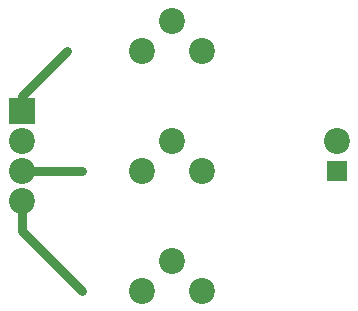
<source format=gbr>
G04 #@! TF.FileFunction,Copper,L1,Top,Signal*
%FSLAX46Y46*%
G04 Gerber Fmt 4.6, Leading zero omitted, Abs format (unit mm)*
G04 Created by KiCad (PCBNEW 4.0.7) date 02/05/19 19:23:53*
%MOMM*%
%LPD*%
G01*
G04 APERTURE LIST*
%ADD10C,0.100000*%
%ADD11R,2.200000X2.200000*%
%ADD12C,2.200000*%
%ADD13R,1.700000X1.700000*%
%ADD14C,0.600000*%
%ADD15C,0.800000*%
G04 APERTURE END LIST*
D10*
D11*
X116840000Y-96520000D03*
D12*
X116840000Y-99060000D03*
X116840000Y-101600000D03*
X116840000Y-104140000D03*
D13*
X143510000Y-101600000D03*
D12*
X143510000Y-99060000D03*
X127000000Y-101600000D03*
X129540000Y-99060000D03*
X132080000Y-101600000D03*
X127000000Y-111760000D03*
X129540000Y-109220000D03*
X132080000Y-111760000D03*
X127000000Y-91440000D03*
X129540000Y-88900000D03*
X132080000Y-91440000D03*
D14*
X120650000Y-91440000D03*
X121920000Y-101600000D03*
X121920000Y-111760000D03*
D15*
X120650000Y-91440000D02*
X116840000Y-95250000D01*
X116840000Y-95250000D02*
X116840000Y-96520000D01*
X121920000Y-101600000D02*
X116840000Y-101600000D01*
X121920000Y-111760000D02*
X116840000Y-106680000D01*
X116840000Y-106680000D02*
X116840000Y-104140000D01*
M02*

</source>
